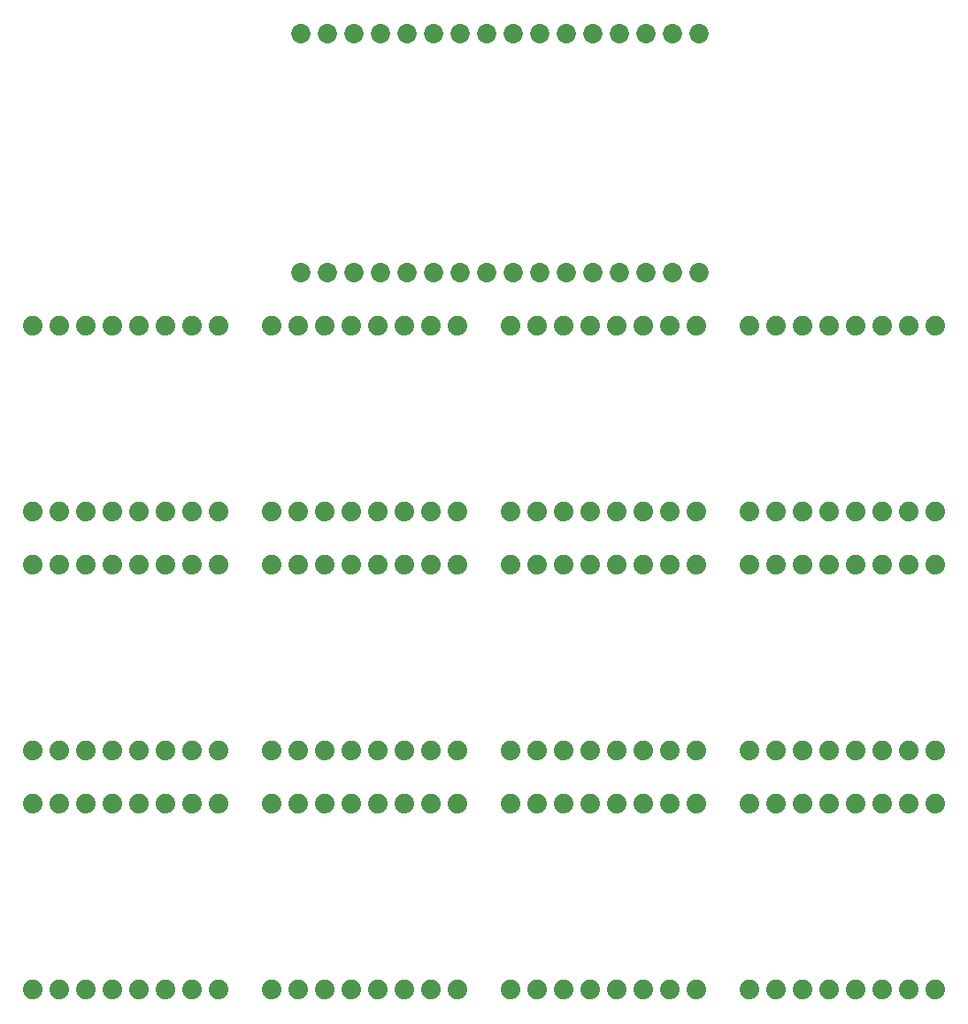
<source format=gbs>
G04 #@! TF.GenerationSoftware,KiCad,Pcbnew,(5.0.0-rc2-204-g01c2d93a8)*
G04 #@! TF.CreationDate,2018-07-30T15:31:50-06:00*
G04 #@! TF.ProjectId,Saintcon2018,5361696E74636F6E323031382E6B6963,rev?*
G04 #@! TF.SameCoordinates,Original*
G04 #@! TF.FileFunction,Soldermask,Bot*
G04 #@! TF.FilePolarity,Negative*
%FSLAX46Y46*%
G04 Gerber Fmt 4.6, Leading zero omitted, Abs format (unit mm)*
G04 Created by KiCad (PCBNEW (5.0.0-rc2-204-g01c2d93a8)) date 07/30/18 15:31:50*
%MOMM*%
%LPD*%
G01*
G04 APERTURE LIST*
%ADD10C,1.879600*%
%ADD11C,1.851600*%
G04 APERTURE END LIST*
D10*
G04 #@! TO.C,J7*
X117094000Y-151638000D03*
X114554000Y-151638000D03*
X112014000Y-151638000D03*
X109474000Y-151638000D03*
X106934000Y-151638000D03*
X104394000Y-151638000D03*
X101854000Y-151638000D03*
X99314000Y-151638000D03*
X117094000Y-133858000D03*
X114554000Y-133858000D03*
X112014000Y-133858000D03*
X109474000Y-133858000D03*
X106934000Y-133858000D03*
X104394000Y-133858000D03*
X101854000Y-133858000D03*
X99314000Y-133858000D03*
G04 #@! TD*
G04 #@! TO.C,J6*
X94234000Y-151638000D03*
X91694000Y-151638000D03*
X89154000Y-151638000D03*
X86614000Y-151638000D03*
X84074000Y-151638000D03*
X81534000Y-151638000D03*
X78994000Y-151638000D03*
X76454000Y-151638000D03*
X94234000Y-133858000D03*
X91694000Y-133858000D03*
X89154000Y-133858000D03*
X86614000Y-133858000D03*
X84074000Y-133858000D03*
X81534000Y-133858000D03*
X78994000Y-133858000D03*
X76454000Y-133858000D03*
G04 #@! TD*
G04 #@! TO.C,J1*
X71374000Y-128778000D03*
X68834000Y-128778000D03*
X66294000Y-128778000D03*
X63754000Y-128778000D03*
X61214000Y-128778000D03*
X58674000Y-128778000D03*
X56134000Y-128778000D03*
X53594000Y-128778000D03*
X71374000Y-110998000D03*
X68834000Y-110998000D03*
X66294000Y-110998000D03*
X63754000Y-110998000D03*
X61214000Y-110998000D03*
X58674000Y-110998000D03*
X56134000Y-110998000D03*
X53594000Y-110998000D03*
G04 #@! TD*
G04 #@! TO.C,J2*
X94234000Y-128778000D03*
X91694000Y-128778000D03*
X89154000Y-128778000D03*
X86614000Y-128778000D03*
X84074000Y-128778000D03*
X81534000Y-128778000D03*
X78994000Y-128778000D03*
X76454000Y-128778000D03*
X94234000Y-110998000D03*
X91694000Y-110998000D03*
X89154000Y-110998000D03*
X86614000Y-110998000D03*
X84074000Y-110998000D03*
X81534000Y-110998000D03*
X78994000Y-110998000D03*
X76454000Y-110998000D03*
G04 #@! TD*
G04 #@! TO.C,J3*
X117094000Y-128778000D03*
X114554000Y-128778000D03*
X112014000Y-128778000D03*
X109474000Y-128778000D03*
X106934000Y-128778000D03*
X104394000Y-128778000D03*
X101854000Y-128778000D03*
X99314000Y-128778000D03*
X117094000Y-110998000D03*
X114554000Y-110998000D03*
X112014000Y-110998000D03*
X109474000Y-110998000D03*
X106934000Y-110998000D03*
X104394000Y-110998000D03*
X101854000Y-110998000D03*
X99314000Y-110998000D03*
G04 #@! TD*
G04 #@! TO.C,J4*
X139954000Y-128778000D03*
X137414000Y-128778000D03*
X134874000Y-128778000D03*
X132334000Y-128778000D03*
X129794000Y-128778000D03*
X127254000Y-128778000D03*
X124714000Y-128778000D03*
X122174000Y-128778000D03*
X139954000Y-110998000D03*
X137414000Y-110998000D03*
X134874000Y-110998000D03*
X132334000Y-110998000D03*
X129794000Y-110998000D03*
X127254000Y-110998000D03*
X124714000Y-110998000D03*
X122174000Y-110998000D03*
G04 #@! TD*
G04 #@! TO.C,J5*
X71374000Y-151638000D03*
X68834000Y-151638000D03*
X66294000Y-151638000D03*
X63754000Y-151638000D03*
X61214000Y-151638000D03*
X58674000Y-151638000D03*
X56134000Y-151638000D03*
X53594000Y-151638000D03*
X71374000Y-133858000D03*
X68834000Y-133858000D03*
X66294000Y-133858000D03*
X63754000Y-133858000D03*
X61214000Y-133858000D03*
X58674000Y-133858000D03*
X56134000Y-133858000D03*
X53594000Y-133858000D03*
G04 #@! TD*
G04 #@! TO.C,J8*
X139954000Y-151638000D03*
X137414000Y-151638000D03*
X134874000Y-151638000D03*
X132334000Y-151638000D03*
X129794000Y-151638000D03*
X127254000Y-151638000D03*
X124714000Y-151638000D03*
X122174000Y-151638000D03*
X139954000Y-133858000D03*
X137414000Y-133858000D03*
X134874000Y-133858000D03*
X132334000Y-133858000D03*
X129794000Y-133858000D03*
X127254000Y-133858000D03*
X124714000Y-133858000D03*
X122174000Y-133858000D03*
G04 #@! TD*
G04 #@! TO.C,J9*
X71374000Y-174498000D03*
X68834000Y-174498000D03*
X66294000Y-174498000D03*
X63754000Y-174498000D03*
X61214000Y-174498000D03*
X58674000Y-174498000D03*
X56134000Y-174498000D03*
X53594000Y-174498000D03*
X71374000Y-156718000D03*
X68834000Y-156718000D03*
X66294000Y-156718000D03*
X63754000Y-156718000D03*
X61214000Y-156718000D03*
X58674000Y-156718000D03*
X56134000Y-156718000D03*
X53594000Y-156718000D03*
G04 #@! TD*
G04 #@! TO.C,J10*
X94234000Y-174498000D03*
X91694000Y-174498000D03*
X89154000Y-174498000D03*
X86614000Y-174498000D03*
X84074000Y-174498000D03*
X81534000Y-174498000D03*
X78994000Y-174498000D03*
X76454000Y-174498000D03*
X94234000Y-156718000D03*
X91694000Y-156718000D03*
X89154000Y-156718000D03*
X86614000Y-156718000D03*
X84074000Y-156718000D03*
X81534000Y-156718000D03*
X78994000Y-156718000D03*
X76454000Y-156718000D03*
G04 #@! TD*
G04 #@! TO.C,J11*
X117094000Y-174498000D03*
X114554000Y-174498000D03*
X112014000Y-174498000D03*
X109474000Y-174498000D03*
X106934000Y-174498000D03*
X104394000Y-174498000D03*
X101854000Y-174498000D03*
X99314000Y-174498000D03*
X117094000Y-156718000D03*
X114554000Y-156718000D03*
X112014000Y-156718000D03*
X109474000Y-156718000D03*
X106934000Y-156718000D03*
X104394000Y-156718000D03*
X101854000Y-156718000D03*
X99314000Y-156718000D03*
G04 #@! TD*
G04 #@! TO.C,J12*
X139954000Y-174498000D03*
X137414000Y-174498000D03*
X134874000Y-174498000D03*
X132334000Y-174498000D03*
X129794000Y-174498000D03*
X127254000Y-174498000D03*
X124714000Y-174498000D03*
X122174000Y-174498000D03*
X139954000Y-156718000D03*
X137414000Y-156718000D03*
X134874000Y-156718000D03*
X132334000Y-156718000D03*
X129794000Y-156718000D03*
X127254000Y-156718000D03*
X124714000Y-156718000D03*
X122174000Y-156718000D03*
G04 #@! TD*
D11*
G04 #@! TO.C,U1*
X79248000Y-83058000D03*
X81788000Y-83058000D03*
X84328000Y-83058000D03*
X86868000Y-83058000D03*
X89408000Y-83058000D03*
X91948000Y-83058000D03*
X94488000Y-83058000D03*
X97028000Y-83058000D03*
X99568000Y-83058000D03*
X102108000Y-83058000D03*
X104648000Y-83058000D03*
X107188000Y-83058000D03*
X109728000Y-83058000D03*
X112268000Y-83058000D03*
X114808000Y-83058000D03*
X117348000Y-83058000D03*
X117348000Y-105918000D03*
X114808000Y-105918000D03*
X112268000Y-105918000D03*
X109728000Y-105918000D03*
X107188000Y-105918000D03*
X104648000Y-105918000D03*
X102108000Y-105918000D03*
X99568000Y-105918000D03*
X97028000Y-105918000D03*
X94488000Y-105918000D03*
X91948000Y-105918000D03*
X89408000Y-105918000D03*
X86868000Y-105918000D03*
X84328000Y-105918000D03*
X81788000Y-105918000D03*
X79248000Y-105918000D03*
G04 #@! TD*
M02*

</source>
